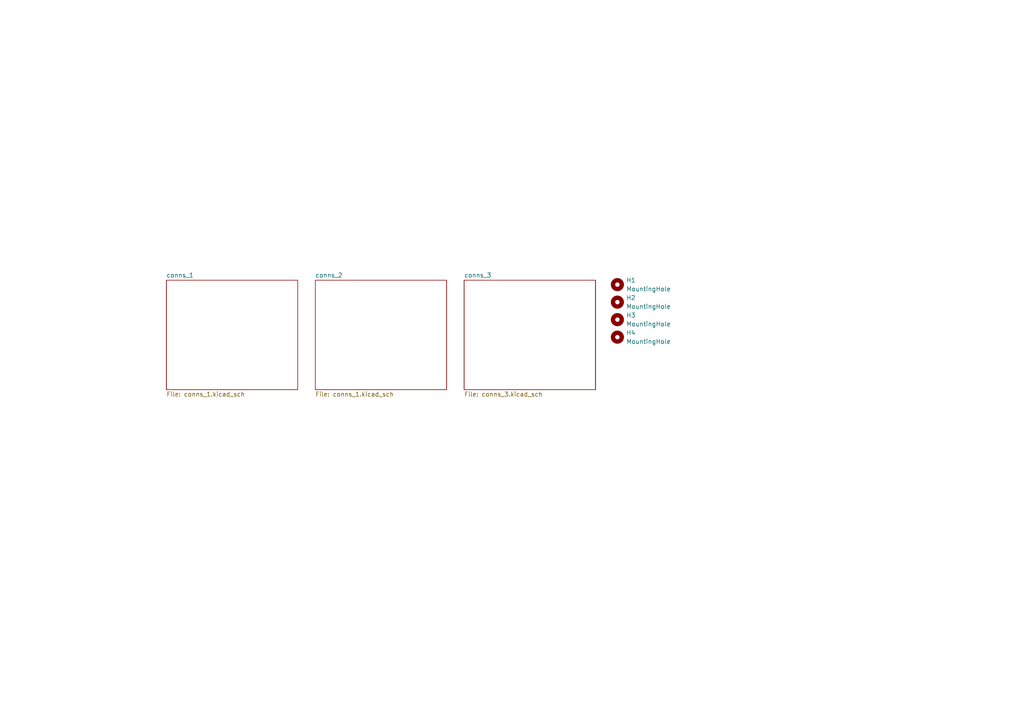
<source format=kicad_sch>
(kicad_sch (version 20211123) (generator eeschema)
  (paper "A4")
  (lib_symbols
    (symbol "Mechanical:MountingHole" (pin_names (offset 1.016))
      (property "Reference" "H" (at 0 5.08 0))
      (property "Value" "MountingHole" (at 0 3.175 0))
      (symbol "MountingHole_0_1"
        (circle (center 0 0) (radius 1.27) (stroke (width 1.27)))
      )
    )
  )
  (symbol (lib_id "Mechanical:MountingHole") (at 179.07 87.63 0) (unit 1)
    (property "Reference" "H2" (at 181.61 86.3599 0) (effects (justify left)))
    (property "Value" "MountingHole" (at 181.61 88.8999 0) (effects (justify left)))
    (property "Footprint" "MountingHole:MountingHole_2.7mm_M2.5_ISO7380_Pad" (effects hide))
  )
  (symbol (lib_id "Mechanical:MountingHole") (at 179.07 82.55 0) (unit 1)
    (property "Reference" "H1" (at 181.61 81.2799 0) (effects (justify left)))
    (property "Value" "MountingHole" (at 181.61 83.8199 0) (effects (justify left)))
    (property "Footprint" "MountingHole:MountingHole_2.7mm_M2.5_ISO7380_Pad" (effects hide))
  )
  (symbol (lib_id "Mechanical:MountingHole") (at 179.07 92.71 0) (unit 1)
    (property "Reference" "H3" (at 181.61 91.4399 0) (effects (justify left)))
    (property "Value" "MountingHole" (at 181.61 93.9799 0) (effects (justify left)))
    (property "Footprint" "MountingHole:MountingHole_2.7mm_M2.5_ISO7380_Pad" (effects hide))
  )
  (symbol (lib_id "Mechanical:MountingHole") (at 179.07 97.79 0) (unit 1)
    (property "Reference" "H4" (at 181.61 96.5199 0) (effects (justify left)))
    (property "Value" "MountingHole" (at 181.61 99.0599 0) (effects (justify left)))
    (property "Footprint" "MountingHole:MountingHole_2.7mm_M2.5_ISO7380_Pad" (effects hide))
  )
  (sheet (at 48.26 81.28) (size 38.1 31.75) (stroke (width 0.1524))
    (property "Sheet name" "conns_1" (at 48.26 80.5684 0) (effects (justify left bottom)))
    (property "Sheet file" "conns_1.kicad_sch" (at 48.26 113.6146 0) (effects (justify left top)))
  )
  (sheet (at 134.62 81.28) (size 38.1 31.75) (stroke (width 0.1524))
    (property "Sheet name" "conns_3" (at 134.62 80.5684 0) (effects (justify left bottom)))
    (property "Sheet file" "conns_3.kicad_sch" (at 134.62 113.6146 0) (effects (justify left top)))
  )
  (sheet (at 91.44 81.28) (size 38.1 31.75) (stroke (width 0.1524))
    (property "Sheet name" "conns_2" (at 91.44 80.5684 0) (effects (justify left bottom)))
    (property "Sheet file" "conns_1.kicad_sch" (at 91.44 113.6146 0) (effects (justify left top)))
  )
)
</source>
